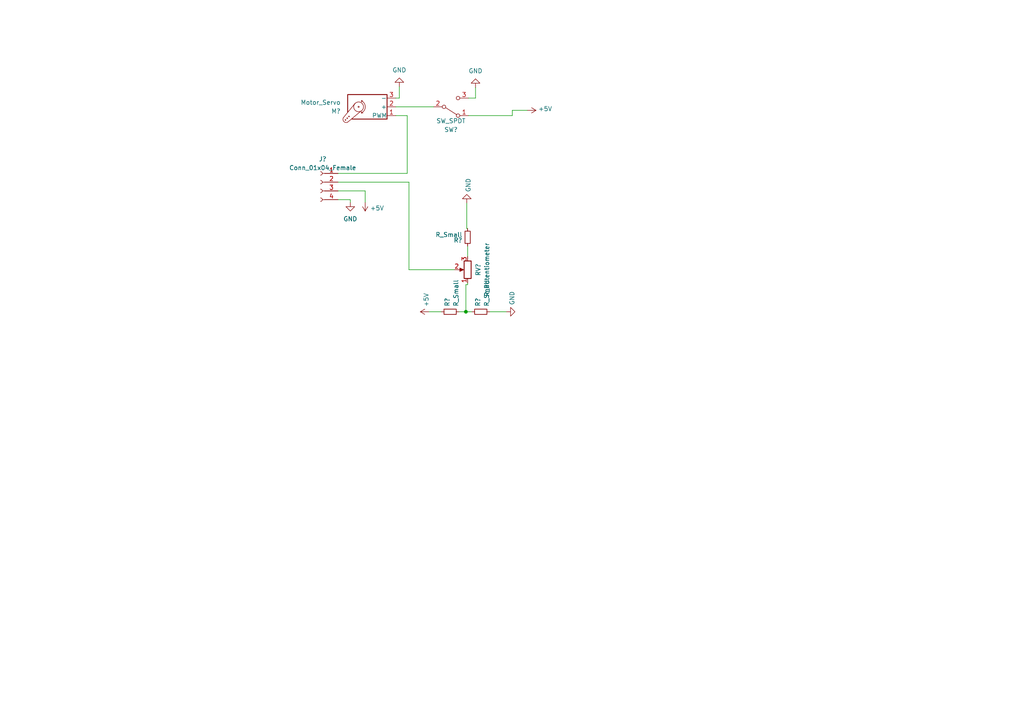
<source format=kicad_sch>
(kicad_sch (version 20211123) (generator eeschema)
  (paper "A4")
  (lib_symbols
    (symbol "Connector:Conn_01x04_Female" (pin_names (offset 1.016) hide)
      (property "Reference" "J" (at 0 5.08 0))
      (property "Value" "Conn_01x04_Female" (at 0 -7.62 0))
      (symbol "Conn_01x04_Female_1_1"
        (arc (start 0 -4.572) (mid -0.508 -5.08) (end 0 -5.588) (stroke (width 0.1524)))
        (arc (start 0 -2.032) (mid -0.508 -2.54) (end 0 -3.048) (stroke (width 0.1524)))
        (polyline (pts (xy -1.27 -5.08) (xy -0.508 -5.08)) (stroke (width 0.1524)))
        (polyline (pts (xy -1.27 -2.54) (xy -0.508 -2.54)) (stroke (width 0.1524)))
        (polyline (pts (xy -1.27 0) (xy -0.508 0)) (stroke (width 0.1524)))
        (polyline (pts (xy -1.27 2.54) (xy -0.508 2.54)) (stroke (width 0.1524)))
        (arc (start 0 0.508) (mid -0.508 0) (end 0 -0.508) (stroke (width 0.1524)))
        (arc (start 0 3.048) (mid -0.508 2.54) (end 0 2.032) (stroke (width 0.1524)))
        (pin passive line (at -5.08 2.54 0) (length 3.81) (name "Pin_1") (number "1"))
        (pin passive line (at -5.08 0 0) (length 3.81) (name "Pin_2") (number "2"))
        (pin passive line (at -5.08 -2.54 0) (length 3.81) (name "Pin_3") (number "3"))
        (pin passive line (at -5.08 -5.08 0) (length 3.81) (name "Pin_4") (number "4"))
      )
    )
    (symbol "Device:R_Potentiometer" (pin_names (offset 1.016) hide)
      (property "Reference" "RV" (at -4.445 0 90))
      (property "Value" "R_Potentiometer" (at -2.54 0 90))
      (symbol "R_Potentiometer_0_1"
        (polyline (pts (xy 2.54 0) (xy 1.524 0)))
        (polyline (pts (xy 1.143 0) (xy 2.286 0.508) (xy 2.286 -0.508) (xy 1.143 0)) (fill (type outline)))
        (rectangle (start 1.016 2.54) (end -1.016 -2.54) (stroke (width 0.254)))
      )
      (symbol "R_Potentiometer_1_1"
        (pin passive line (at 0 3.81 270) (length 1.27) (name "1") (number "1"))
        (pin passive line (at 3.81 0 180) (length 1.27) (name "2") (number "2"))
        (pin passive line (at 0 -3.81 90) (length 1.27) (name "3") (number "3"))
      )
    )
    (symbol "Device:R_Small" (pin_numbers hide) (pin_names (offset 0.254) hide)
      (property "Reference" "R" (at 0.762 0.508 0))
      (property "Value" "R_Small" (at 0.762 -1.016 0))
      (symbol "R_Small_0_1"
        (rectangle (start -0.762 1.778) (end 0.762 -1.778) (stroke (width 0.2032)))
      )
      (symbol "R_Small_1_1"
        (pin passive line (at 0 2.54 270) (length 0.762) (name "~") (number "1"))
        (pin passive line (at 0 -2.54 90) (length 0.762) (name "~") (number "2"))
      )
    )
    (symbol "Motor:Motor_Servo" (pin_names (offset 0.0254))
      (property "Reference" "M" (at -5.08 4.445 0))
      (property "Value" "Motor_Servo" (at -5.08 -4.064 0))
      (symbol "Motor_Servo_0_1"
        (polyline (pts (xy 2.413 -1.778) (xy 2.032 -1.778)))
        (polyline (pts (xy 2.413 -1.778) (xy 2.286 -1.397)))
        (polyline (pts (xy 2.413 1.778) (xy 1.905 1.778)))
        (polyline (pts (xy 2.413 1.778) (xy 2.286 1.397)))
        (polyline (pts (xy 6.35 4.445) (xy 2.54 1.27)))
        (polyline (pts (xy 7.62 3.175) (xy 4.191 -1.016)))
        (polyline (pts (xy 5.08 3.556) (xy -5.08 3.556) (xy -5.08 -3.556) (xy 6.35 -3.556) (xy 6.35 1.524)) (stroke (width 0.254)))
        (arc (start 2.413 1.778) (mid 1.2406 0) (end 2.413 -1.778))
        (circle (center 3.175 0) (radius 0.1778))
        (circle (center 3.175 0) (radius 1.4224))
        (circle (center 5.969 2.794) (radius 0.127))
        (circle (center 6.477 3.302) (radius 0.127))
        (circle (center 6.985 3.81) (radius 0.127))
        (arc (start 7.62 3.175) (mid 7.4485 4.2735) (end 6.35 4.445))
      )
      (symbol "Motor_Servo_1_1"
        (pin passive line (at -7.62 2.54 0) (length 2.54) (name "PWM") (number "1"))
        (pin passive line (at -7.62 0 0) (length 2.54) (name "+") (number "2"))
        (pin passive line (at -7.62 -2.54 0) (length 2.54) (name "-") (number "3"))
      )
    )
    (symbol "Switch:SW_SPDT" (pin_names (offset 0) hide)
      (property "Reference" "SW" (at 0 4.318 0))
      (property "Value" "SW_SPDT" (at 0 -5.08 0))
      (symbol "SW_SPDT_0_0"
        (circle (center -2.032 0) (radius 0.508))
        (circle (center 2.032 -2.54) (radius 0.508))
      )
      (symbol "SW_SPDT_0_1"
        (polyline (pts (xy -1.524 0.254) (xy 1.651 2.286)))
        (circle (center 2.032 2.54) (radius 0.508))
      )
      (symbol "SW_SPDT_1_1"
        (pin passive line (at 5.08 2.54 180) (length 2.54) (name "A") (number "1"))
        (pin passive line (at -5.08 0 0) (length 2.54) (name "B") (number "2"))
        (pin passive line (at 5.08 -2.54 180) (length 2.54) (name "C") (number "3"))
      )
    )
    (symbol "power:+5V" (power) (pin_names (offset 0))
      (property "Value" "+5V" (at 0 3.556 0))
      (symbol "+5V_0_1"
        (polyline (pts (xy -0.762 1.27) (xy 0 2.54)))
        (polyline (pts (xy 0 0) (xy 0 2.54)))
        (polyline (pts (xy 0 2.54) (xy 0.762 1.27)))
      )
      (symbol "+5V_1_1"
        (pin power_in line (at 0 0 90) (length 0) hide (name "+5V") (number "1"))
      )
    )
    (symbol "power:GND" (power) (pin_names (offset 0))
      (property "Value" "GND" (at 0 -3.81 0))
      (symbol "GND_0_1"
        (polyline (pts (xy 0 0) (xy 0 -1.27) (xy 1.27 -1.27) (xy 0 -2.54) (xy -1.27 -1.27) (xy 0 -1.27)))
      )
      (symbol "GND_1_1"
        (pin power_in line (at 0 0 270) (length 0) hide (name "GND") (number "1"))
      )
    )
  )
  (junction (at 135.128 90.424))
  (wire (pts (xy 118.11 33.528) (xy 114.808 33.528)))
  (wire (pts (xy 135.128 90.424) (xy 135.128 82.55)))
  (wire (pts (xy 114.808 28.448) (xy 115.824 28.448)))
  (wire (pts (xy 98.044 55.372) (xy 105.918 55.372)))
  (wire (pts (xy 118.618 78.232) (xy 131.826 78.232)))
  (wire (pts (xy 135.636 82.55) (xy 135.636 82.042)))
  (wire (pts (xy 101.6 57.912) (xy 101.6 58.674)))
  (wire (pts (xy 135.636 74.422) (xy 135.636 71.374)))
  (wire (pts (xy 135.382 66.294) (xy 135.636 66.294)))
  (wire (pts (xy 135.128 90.424) (xy 136.906 90.424)))
  (wire (pts (xy 148.59 32.004) (xy 152.908 32.004)))
  (wire (pts (xy 115.824 28.448) (xy 115.824 25.146)))
  (wire (pts (xy 98.044 57.912) (xy 101.6 57.912)))
  (wire (pts (xy 118.618 52.832) (xy 118.618 78.232)))
  (wire (pts (xy 118.11 50.292) (xy 118.11 33.528)))
  (wire (pts (xy 135.128 82.55) (xy 135.636 82.55)))
  (wire (pts (xy 124.46 90.424) (xy 128.016 90.424)))
  (wire (pts (xy 133.096 90.424) (xy 135.128 90.424)))
  (wire (pts (xy 125.73 30.988) (xy 114.808 30.988)))
  (wire (pts (xy 105.918 55.372) (xy 105.918 58.674)))
  (wire (pts (xy 98.044 52.832) (xy 118.618 52.832)))
  (wire (pts (xy 135.89 28.448) (xy 137.922 28.448)))
  (wire (pts (xy 148.59 33.528) (xy 148.59 32.004)))
  (wire (pts (xy 135.89 33.528) (xy 148.59 33.528)))
  (wire (pts (xy 137.922 28.448) (xy 137.922 25.4)))
  (wire (pts (xy 141.986 90.424) (xy 146.812 90.424)))
  (wire (pts (xy 135.382 58.928) (xy 135.382 66.294)))
  (wire (pts (xy 98.044 50.292) (xy 118.11 50.292)))
  (symbol (lib_id "power:+5V") (at 152.908 32.004 270) (unit 1)
    (property "Reference" "#PWR?" (effects hide))
    (property "Value" "+5V" (at 156.0829 31.5702 90) (effects (justify left)))
  )
  (symbol (lib_id "power:+5V") (at 105.918 58.674 180) (unit 1)
    (property "Reference" "#PWR?" (effects hide))
    (property "Value" "+5V" (at 107.315 60.3778 0) (effects (justify right)))
  )
  (symbol (lib_id "Switch:SW_SPDT") (at 130.81 30.988 0) (mirror x) (unit 1)
    (property "Reference" "SW?" (at 130.81 37.6088 0))
    (property "Value" "SW_SPDT" (at 130.81 35.0719 0))
  )
  (symbol (lib_id "Device:R_Small") (at 130.556 90.424 90) (unit 1)
    (property "Reference" "R?" (at 129.7213 88.9254 0) (effects (justify left)))
    (property "Value" "R_Small" (at 132.2582 88.9254 0) (effects (justify left)))
  )
  (symbol (lib_id "Device:R_Potentiometer") (at 135.636 78.232 180) (unit 1)
    (property "Reference" "RV?" (at 138.6824 78.232 90))
    (property "Value" "R_Potentiometer" (at 141.2193 78.232 90))
  )
  (symbol (lib_id "Motor:Motor_Servo") (at 107.188 30.988 180) (unit 1)
    (property "Reference" "M?" (at 98.8284 32.2561 0) (effects (justify left)))
    (property "Value" "Motor_Servo" (at 98.8284 29.7192 0) (effects (justify left)))
    (property "Datasheet" "http://forums.parallax.com/uploads/attachments/46831/74481.png" (effects hide))
  )
  (symbol (lib_id "power:GND") (at 137.922 25.4 180) (unit 1)
    (property "Reference" "#PWR?" (effects hide))
    (property "Value" "GND" (at 137.922 20.574 0))
  )
  (symbol (lib_id "Connector:Conn_01x04_Female") (at 92.964 52.832 0) (mirror y) (unit 1)
    (property "Reference" "J?" (at 93.599 46.135 0))
    (property "Value" "Conn_01x04_Female" (at 93.599 48.6719 0))
  )
  (symbol (lib_id "power:GND") (at 135.382 58.928 180) (unit 1)
    (property "Reference" "#PWR?" (effects hide))
    (property "Value" "GND" (at 135.8158 55.753 90) (effects (justify right)))
  )
  (symbol (lib_id "power:GND") (at 146.812 90.424 90) (unit 1)
    (property "Reference" "#PWR?" (effects hide))
    (property "Value" "GND" (at 148.5158 88.519 0) (effects (justify left)))
  )
  (symbol (lib_id "power:+5V") (at 124.46 90.424 90) (unit 1)
    (property "Reference" "#PWR?" (effects hide))
    (property "Value" "+5V" (at 123.6238 89.027 0) (effects (justify left)))
  )
  (symbol (lib_id "Device:R_Small") (at 135.636 68.834 180) (unit 1)
    (property "Reference" "R?" (at 134.1374 69.6687 0) (effects (justify left)))
    (property "Value" "R_Small" (at 134.112 68.072 0) (effects (justify left)))
  )
  (symbol (lib_id "power:GND") (at 101.6 58.674 0) (unit 1)
    (property "Reference" "#PWR?" (effects hide))
    (property "Value" "GND" (at 101.6 63.5 0))
  )
  (symbol (lib_id "Device:R_Small") (at 139.446 90.424 90) (unit 1)
    (property "Reference" "R?" (at 138.6113 88.9254 0) (effects (justify left)))
    (property "Value" "R_Small" (at 141.1482 88.9254 0) (effects (justify left)))
  )
  (symbol (lib_id "power:GND") (at 115.824 25.146 180) (unit 1)
    (property "Reference" "#PWR?" (effects hide))
    (property "Value" "GND" (at 115.824 20.32 0))
  )
)
</source>
